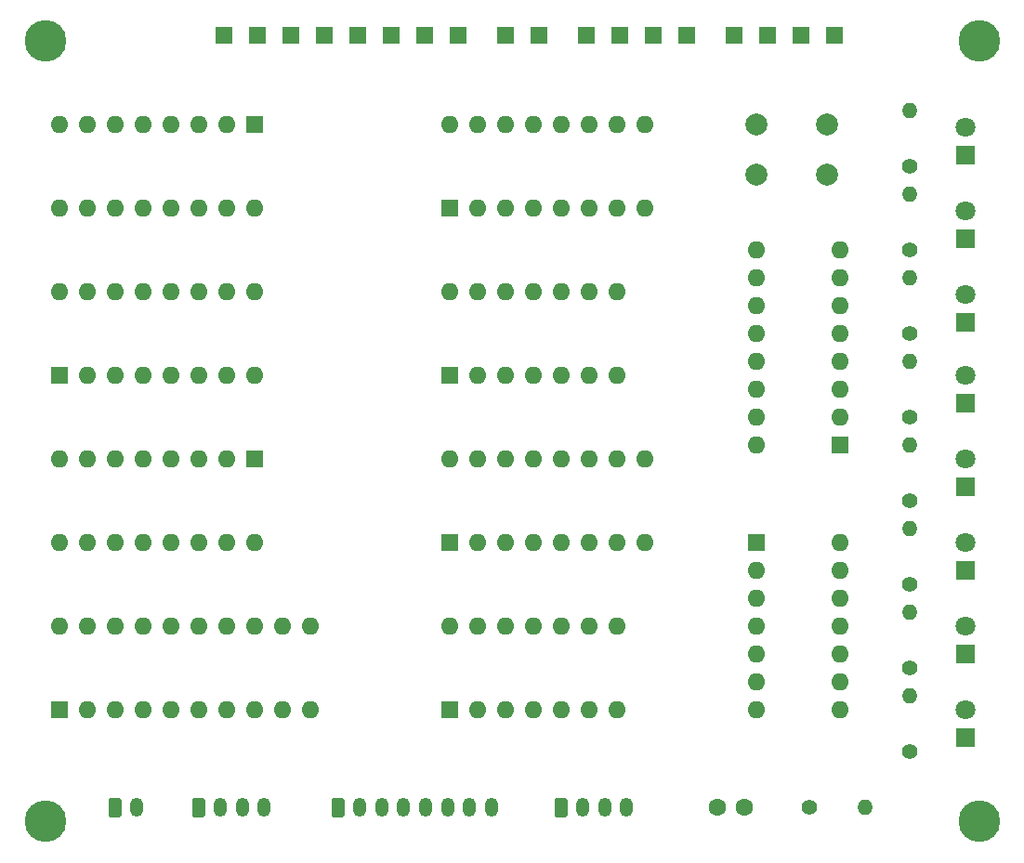
<source format=gbr>
G04 #@! TF.GenerationSoftware,KiCad,Pcbnew,(5.1.2-1)-1*
G04 #@! TF.CreationDate,2019-08-26T08:18:24+10:00*
G04 #@! TF.ProjectId,memory,6d656d6f-7279-42e6-9b69-6361645f7063,rev?*
G04 #@! TF.SameCoordinates,Original*
G04 #@! TF.FileFunction,Soldermask,Top*
G04 #@! TF.FilePolarity,Negative*
%FSLAX46Y46*%
G04 Gerber Fmt 4.6, Leading zero omitted, Abs format (unit mm)*
G04 Created by KiCad (PCBNEW (5.1.2-1)-1) date 2019-08-26 08:18:24*
%MOMM*%
%LPD*%
G04 APERTURE LIST*
%ADD10R,1.600000X1.600000*%
%ADD11O,1.600000X1.600000*%
%ADD12C,3.790000*%
%ADD13C,1.600000*%
%ADD14R,1.800000X1.800000*%
%ADD15C,1.800000*%
%ADD16C,0.100000*%
%ADD17C,1.200000*%
%ADD18O,1.200000X1.750000*%
%ADD19O,1.400000X1.400000*%
%ADD20C,1.400000*%
%ADD21C,2.000000*%
%ADD22R,1.500000X1.500000*%
G04 APERTURE END LIST*
D10*
X125984000Y-91694000D03*
D11*
X108204000Y-99314000D03*
X123444000Y-91694000D03*
X110744000Y-99314000D03*
X120904000Y-91694000D03*
X113284000Y-99314000D03*
X118364000Y-91694000D03*
X115824000Y-99314000D03*
X115824000Y-91694000D03*
X118364000Y-99314000D03*
X113284000Y-91694000D03*
X120904000Y-99314000D03*
X110744000Y-91694000D03*
X123444000Y-99314000D03*
X108204000Y-91694000D03*
X125984000Y-99314000D03*
D12*
X106934000Y-124714000D03*
X106934000Y-53594000D03*
X192024000Y-53594000D03*
X192024000Y-124714000D03*
D13*
X168148000Y-123444000D03*
X170648000Y-123444000D03*
D14*
X190754000Y-117094000D03*
D15*
X190754000Y-114554000D03*
X190754000Y-106934000D03*
D14*
X190754000Y-109474000D03*
X190754000Y-101854000D03*
D15*
X190754000Y-99314000D03*
X190754000Y-91694000D03*
D14*
X190754000Y-94234000D03*
D15*
X190754000Y-84074000D03*
D14*
X190754000Y-86614000D03*
X190754000Y-79248000D03*
D15*
X190754000Y-76708000D03*
X190754000Y-69088000D03*
D14*
X190754000Y-71628000D03*
X190754000Y-64008000D03*
D15*
X190754000Y-61468000D03*
D16*
G36*
X113658505Y-122570204D02*
G01*
X113682773Y-122573804D01*
X113706572Y-122579765D01*
X113729671Y-122588030D01*
X113751850Y-122598520D01*
X113772893Y-122611132D01*
X113792599Y-122625747D01*
X113810777Y-122642223D01*
X113827253Y-122660401D01*
X113841868Y-122680107D01*
X113854480Y-122701150D01*
X113864970Y-122723329D01*
X113873235Y-122746428D01*
X113879196Y-122770227D01*
X113882796Y-122794495D01*
X113884000Y-122818999D01*
X113884000Y-124069001D01*
X113882796Y-124093505D01*
X113879196Y-124117773D01*
X113873235Y-124141572D01*
X113864970Y-124164671D01*
X113854480Y-124186850D01*
X113841868Y-124207893D01*
X113827253Y-124227599D01*
X113810777Y-124245777D01*
X113792599Y-124262253D01*
X113772893Y-124276868D01*
X113751850Y-124289480D01*
X113729671Y-124299970D01*
X113706572Y-124308235D01*
X113682773Y-124314196D01*
X113658505Y-124317796D01*
X113634001Y-124319000D01*
X112933999Y-124319000D01*
X112909495Y-124317796D01*
X112885227Y-124314196D01*
X112861428Y-124308235D01*
X112838329Y-124299970D01*
X112816150Y-124289480D01*
X112795107Y-124276868D01*
X112775401Y-124262253D01*
X112757223Y-124245777D01*
X112740747Y-124227599D01*
X112726132Y-124207893D01*
X112713520Y-124186850D01*
X112703030Y-124164671D01*
X112694765Y-124141572D01*
X112688804Y-124117773D01*
X112685204Y-124093505D01*
X112684000Y-124069001D01*
X112684000Y-122818999D01*
X112685204Y-122794495D01*
X112688804Y-122770227D01*
X112694765Y-122746428D01*
X112703030Y-122723329D01*
X112713520Y-122701150D01*
X112726132Y-122680107D01*
X112740747Y-122660401D01*
X112757223Y-122642223D01*
X112775401Y-122625747D01*
X112795107Y-122611132D01*
X112816150Y-122598520D01*
X112838329Y-122588030D01*
X112861428Y-122579765D01*
X112885227Y-122573804D01*
X112909495Y-122570204D01*
X112933999Y-122569000D01*
X113634001Y-122569000D01*
X113658505Y-122570204D01*
X113658505Y-122570204D01*
G37*
D17*
X113284000Y-123444000D03*
D18*
X115284000Y-123444000D03*
D16*
G36*
X154298505Y-122570204D02*
G01*
X154322773Y-122573804D01*
X154346572Y-122579765D01*
X154369671Y-122588030D01*
X154391850Y-122598520D01*
X154412893Y-122611132D01*
X154432599Y-122625747D01*
X154450777Y-122642223D01*
X154467253Y-122660401D01*
X154481868Y-122680107D01*
X154494480Y-122701150D01*
X154504970Y-122723329D01*
X154513235Y-122746428D01*
X154519196Y-122770227D01*
X154522796Y-122794495D01*
X154524000Y-122818999D01*
X154524000Y-124069001D01*
X154522796Y-124093505D01*
X154519196Y-124117773D01*
X154513235Y-124141572D01*
X154504970Y-124164671D01*
X154494480Y-124186850D01*
X154481868Y-124207893D01*
X154467253Y-124227599D01*
X154450777Y-124245777D01*
X154432599Y-124262253D01*
X154412893Y-124276868D01*
X154391850Y-124289480D01*
X154369671Y-124299970D01*
X154346572Y-124308235D01*
X154322773Y-124314196D01*
X154298505Y-124317796D01*
X154274001Y-124319000D01*
X153573999Y-124319000D01*
X153549495Y-124317796D01*
X153525227Y-124314196D01*
X153501428Y-124308235D01*
X153478329Y-124299970D01*
X153456150Y-124289480D01*
X153435107Y-124276868D01*
X153415401Y-124262253D01*
X153397223Y-124245777D01*
X153380747Y-124227599D01*
X153366132Y-124207893D01*
X153353520Y-124186850D01*
X153343030Y-124164671D01*
X153334765Y-124141572D01*
X153328804Y-124117773D01*
X153325204Y-124093505D01*
X153324000Y-124069001D01*
X153324000Y-122818999D01*
X153325204Y-122794495D01*
X153328804Y-122770227D01*
X153334765Y-122746428D01*
X153343030Y-122723329D01*
X153353520Y-122701150D01*
X153366132Y-122680107D01*
X153380747Y-122660401D01*
X153397223Y-122642223D01*
X153415401Y-122625747D01*
X153435107Y-122611132D01*
X153456150Y-122598520D01*
X153478329Y-122588030D01*
X153501428Y-122579765D01*
X153525227Y-122573804D01*
X153549495Y-122570204D01*
X153573999Y-122569000D01*
X154274001Y-122569000D01*
X154298505Y-122570204D01*
X154298505Y-122570204D01*
G37*
D17*
X153924000Y-123444000D03*
D18*
X155924000Y-123444000D03*
X157924000Y-123444000D03*
X159924000Y-123444000D03*
X126904000Y-123444000D03*
X124904000Y-123444000D03*
X122904000Y-123444000D03*
D16*
G36*
X121278505Y-122570204D02*
G01*
X121302773Y-122573804D01*
X121326572Y-122579765D01*
X121349671Y-122588030D01*
X121371850Y-122598520D01*
X121392893Y-122611132D01*
X121412599Y-122625747D01*
X121430777Y-122642223D01*
X121447253Y-122660401D01*
X121461868Y-122680107D01*
X121474480Y-122701150D01*
X121484970Y-122723329D01*
X121493235Y-122746428D01*
X121499196Y-122770227D01*
X121502796Y-122794495D01*
X121504000Y-122818999D01*
X121504000Y-124069001D01*
X121502796Y-124093505D01*
X121499196Y-124117773D01*
X121493235Y-124141572D01*
X121484970Y-124164671D01*
X121474480Y-124186850D01*
X121461868Y-124207893D01*
X121447253Y-124227599D01*
X121430777Y-124245777D01*
X121412599Y-124262253D01*
X121392893Y-124276868D01*
X121371850Y-124289480D01*
X121349671Y-124299970D01*
X121326572Y-124308235D01*
X121302773Y-124314196D01*
X121278505Y-124317796D01*
X121254001Y-124319000D01*
X120553999Y-124319000D01*
X120529495Y-124317796D01*
X120505227Y-124314196D01*
X120481428Y-124308235D01*
X120458329Y-124299970D01*
X120436150Y-124289480D01*
X120415107Y-124276868D01*
X120395401Y-124262253D01*
X120377223Y-124245777D01*
X120360747Y-124227599D01*
X120346132Y-124207893D01*
X120333520Y-124186850D01*
X120323030Y-124164671D01*
X120314765Y-124141572D01*
X120308804Y-124117773D01*
X120305204Y-124093505D01*
X120304000Y-124069001D01*
X120304000Y-122818999D01*
X120305204Y-122794495D01*
X120308804Y-122770227D01*
X120314765Y-122746428D01*
X120323030Y-122723329D01*
X120333520Y-122701150D01*
X120346132Y-122680107D01*
X120360747Y-122660401D01*
X120377223Y-122642223D01*
X120395401Y-122625747D01*
X120415107Y-122611132D01*
X120436150Y-122598520D01*
X120458329Y-122588030D01*
X120481428Y-122579765D01*
X120505227Y-122573804D01*
X120529495Y-122570204D01*
X120553999Y-122569000D01*
X121254001Y-122569000D01*
X121278505Y-122570204D01*
X121278505Y-122570204D01*
G37*
D17*
X120904000Y-123444000D03*
D16*
G36*
X133978505Y-122570204D02*
G01*
X134002773Y-122573804D01*
X134026572Y-122579765D01*
X134049671Y-122588030D01*
X134071850Y-122598520D01*
X134092893Y-122611132D01*
X134112599Y-122625747D01*
X134130777Y-122642223D01*
X134147253Y-122660401D01*
X134161868Y-122680107D01*
X134174480Y-122701150D01*
X134184970Y-122723329D01*
X134193235Y-122746428D01*
X134199196Y-122770227D01*
X134202796Y-122794495D01*
X134204000Y-122818999D01*
X134204000Y-124069001D01*
X134202796Y-124093505D01*
X134199196Y-124117773D01*
X134193235Y-124141572D01*
X134184970Y-124164671D01*
X134174480Y-124186850D01*
X134161868Y-124207893D01*
X134147253Y-124227599D01*
X134130777Y-124245777D01*
X134112599Y-124262253D01*
X134092893Y-124276868D01*
X134071850Y-124289480D01*
X134049671Y-124299970D01*
X134026572Y-124308235D01*
X134002773Y-124314196D01*
X133978505Y-124317796D01*
X133954001Y-124319000D01*
X133253999Y-124319000D01*
X133229495Y-124317796D01*
X133205227Y-124314196D01*
X133181428Y-124308235D01*
X133158329Y-124299970D01*
X133136150Y-124289480D01*
X133115107Y-124276868D01*
X133095401Y-124262253D01*
X133077223Y-124245777D01*
X133060747Y-124227599D01*
X133046132Y-124207893D01*
X133033520Y-124186850D01*
X133023030Y-124164671D01*
X133014765Y-124141572D01*
X133008804Y-124117773D01*
X133005204Y-124093505D01*
X133004000Y-124069001D01*
X133004000Y-122818999D01*
X133005204Y-122794495D01*
X133008804Y-122770227D01*
X133014765Y-122746428D01*
X133023030Y-122723329D01*
X133033520Y-122701150D01*
X133046132Y-122680107D01*
X133060747Y-122660401D01*
X133077223Y-122642223D01*
X133095401Y-122625747D01*
X133115107Y-122611132D01*
X133136150Y-122598520D01*
X133158329Y-122588030D01*
X133181428Y-122579765D01*
X133205227Y-122573804D01*
X133229495Y-122570204D01*
X133253999Y-122569000D01*
X133954001Y-122569000D01*
X133978505Y-122570204D01*
X133978505Y-122570204D01*
G37*
D17*
X133604000Y-123444000D03*
D18*
X135604000Y-123444000D03*
X137604000Y-123444000D03*
X139604000Y-123444000D03*
X141604000Y-123444000D03*
X143604000Y-123444000D03*
X145604000Y-123444000D03*
X147604000Y-123444000D03*
D19*
X185674000Y-113284000D03*
D20*
X185674000Y-118364000D03*
X185674000Y-110744000D03*
D19*
X185674000Y-105664000D03*
X185674000Y-98044000D03*
D20*
X185674000Y-103124000D03*
X185674000Y-95504000D03*
D19*
X185674000Y-90424000D03*
D20*
X185674000Y-87884000D03*
D19*
X185674000Y-82804000D03*
X185674000Y-75184000D03*
D20*
X185674000Y-80264000D03*
X185674000Y-72644000D03*
D19*
X185674000Y-67564000D03*
X185674000Y-59944000D03*
D20*
X185674000Y-65024000D03*
X176530000Y-123444000D03*
D19*
X181610000Y-123444000D03*
D21*
X171704000Y-65714000D03*
X171704000Y-61214000D03*
X178204000Y-65714000D03*
X178204000Y-61214000D03*
D10*
X179324000Y-90424000D03*
D11*
X171704000Y-72644000D03*
X179324000Y-87884000D03*
X171704000Y-75184000D03*
X179324000Y-85344000D03*
X171704000Y-77724000D03*
X179324000Y-82804000D03*
X171704000Y-80264000D03*
X179324000Y-80264000D03*
X171704000Y-82804000D03*
X179324000Y-77724000D03*
X171704000Y-85344000D03*
X179324000Y-75184000D03*
X171704000Y-87884000D03*
X179324000Y-72644000D03*
X171704000Y-90424000D03*
D22*
X148844000Y-53086000D03*
X169672000Y-53086000D03*
X151892000Y-53086000D03*
X165354000Y-53086000D03*
X162306000Y-53086000D03*
X159258000Y-53086000D03*
X178816000Y-53086000D03*
X156210000Y-53086000D03*
X175768000Y-53086000D03*
X172720000Y-53086000D03*
X123190000Y-53086000D03*
X126238000Y-53086000D03*
X129286000Y-53086000D03*
X132334000Y-53086000D03*
X135382000Y-53086000D03*
X138430000Y-53086000D03*
X141478000Y-53086000D03*
X144526000Y-53086000D03*
D10*
X108204000Y-84074000D03*
D11*
X125984000Y-76454000D03*
X110744000Y-84074000D03*
X123444000Y-76454000D03*
X113284000Y-84074000D03*
X120904000Y-76454000D03*
X115824000Y-84074000D03*
X118364000Y-76454000D03*
X118364000Y-84074000D03*
X115824000Y-76454000D03*
X120904000Y-84074000D03*
X113284000Y-76454000D03*
X123444000Y-84074000D03*
X110744000Y-76454000D03*
X125984000Y-84074000D03*
X108204000Y-76454000D03*
X143764000Y-91694000D03*
X161544000Y-99314000D03*
X146304000Y-91694000D03*
X159004000Y-99314000D03*
X148844000Y-91694000D03*
X156464000Y-99314000D03*
X151384000Y-91694000D03*
X153924000Y-99314000D03*
X153924000Y-91694000D03*
X151384000Y-99314000D03*
X156464000Y-91694000D03*
X148844000Y-99314000D03*
X159004000Y-91694000D03*
X146304000Y-99314000D03*
X161544000Y-91694000D03*
D10*
X143764000Y-99314000D03*
X143764000Y-114554000D03*
D11*
X159004000Y-106934000D03*
X146304000Y-114554000D03*
X156464000Y-106934000D03*
X148844000Y-114554000D03*
X153924000Y-106934000D03*
X151384000Y-114554000D03*
X151384000Y-106934000D03*
X153924000Y-114554000D03*
X148844000Y-106934000D03*
X156464000Y-114554000D03*
X146304000Y-106934000D03*
X159004000Y-114554000D03*
X143764000Y-106934000D03*
D10*
X171704000Y-99314000D03*
D11*
X179324000Y-114554000D03*
X171704000Y-101854000D03*
X179324000Y-112014000D03*
X171704000Y-104394000D03*
X179324000Y-109474000D03*
X171704000Y-106934000D03*
X179324000Y-106934000D03*
X171704000Y-109474000D03*
X179324000Y-104394000D03*
X171704000Y-112014000D03*
X179324000Y-101854000D03*
X171704000Y-114554000D03*
X179324000Y-99314000D03*
X143764000Y-76454000D03*
X159004000Y-84074000D03*
X146304000Y-76454000D03*
X156464000Y-84074000D03*
X148844000Y-76454000D03*
X153924000Y-84074000D03*
X151384000Y-76454000D03*
X151384000Y-84074000D03*
X153924000Y-76454000D03*
X148844000Y-84074000D03*
X156464000Y-76454000D03*
X146304000Y-84074000D03*
X159004000Y-76454000D03*
D10*
X143764000Y-84074000D03*
X108204000Y-114554000D03*
D11*
X131064000Y-106934000D03*
X110744000Y-114554000D03*
X128524000Y-106934000D03*
X113284000Y-114554000D03*
X125984000Y-106934000D03*
X115824000Y-114554000D03*
X123444000Y-106934000D03*
X118364000Y-114554000D03*
X120904000Y-106934000D03*
X120904000Y-114554000D03*
X118364000Y-106934000D03*
X123444000Y-114554000D03*
X115824000Y-106934000D03*
X125984000Y-114554000D03*
X113284000Y-106934000D03*
X128524000Y-114554000D03*
X110744000Y-106934000D03*
X131064000Y-114554000D03*
X108204000Y-106934000D03*
D10*
X143764000Y-68834000D03*
D11*
X161544000Y-61214000D03*
X146304000Y-68834000D03*
X159004000Y-61214000D03*
X148844000Y-68834000D03*
X156464000Y-61214000D03*
X151384000Y-68834000D03*
X153924000Y-61214000D03*
X153924000Y-68834000D03*
X151384000Y-61214000D03*
X156464000Y-68834000D03*
X148844000Y-61214000D03*
X159004000Y-68834000D03*
X146304000Y-61214000D03*
X161544000Y-68834000D03*
X143764000Y-61214000D03*
X125984000Y-68834000D03*
X108204000Y-61214000D03*
X123444000Y-68834000D03*
X110744000Y-61214000D03*
X120904000Y-68834000D03*
X113284000Y-61214000D03*
X118364000Y-68834000D03*
X115824000Y-61214000D03*
X115824000Y-68834000D03*
X118364000Y-61214000D03*
X113284000Y-68834000D03*
X120904000Y-61214000D03*
X110744000Y-68834000D03*
X123444000Y-61214000D03*
X108204000Y-68834000D03*
D10*
X125984000Y-61214000D03*
M02*

</source>
